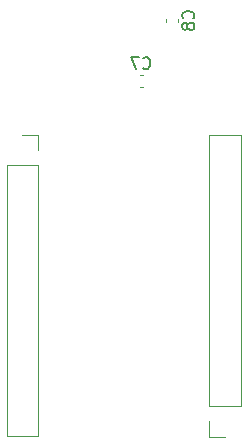
<source format=gbr>
G04 #@! TF.GenerationSoftware,KiCad,Pcbnew,6.0.2+dfsg-1*
G04 #@! TF.CreationDate,2022-02-19T23:14:45+01:00*
G04 #@! TF.ProjectId,e-tinkers-esp32-c3,652d7469-6e6b-4657-9273-2d6573703332,V1.0*
G04 #@! TF.SameCoordinates,Original*
G04 #@! TF.FileFunction,Legend,Bot*
G04 #@! TF.FilePolarity,Positive*
%FSLAX46Y46*%
G04 Gerber Fmt 4.6, Leading zero omitted, Abs format (unit mm)*
G04 Created by KiCad (PCBNEW 6.0.2+dfsg-1) date 2022-02-19 23:14:45*
%MOMM*%
%LPD*%
G01*
G04 APERTURE LIST*
%ADD10C,0.150000*%
%ADD11C,0.120000*%
G04 APERTURE END LIST*
D10*
X213844142Y-73274333D02*
X213891761Y-73226714D01*
X213939380Y-73083857D01*
X213939380Y-72988619D01*
X213891761Y-72845761D01*
X213796523Y-72750523D01*
X213701285Y-72702904D01*
X213510809Y-72655285D01*
X213367952Y-72655285D01*
X213177476Y-72702904D01*
X213082238Y-72750523D01*
X212987000Y-72845761D01*
X212939380Y-72988619D01*
X212939380Y-73083857D01*
X212987000Y-73226714D01*
X213034619Y-73274333D01*
X213367952Y-73845761D02*
X213320333Y-73750523D01*
X213272714Y-73702904D01*
X213177476Y-73655285D01*
X213129857Y-73655285D01*
X213034619Y-73702904D01*
X212987000Y-73750523D01*
X212939380Y-73845761D01*
X212939380Y-74036238D01*
X212987000Y-74131476D01*
X213034619Y-74179095D01*
X213129857Y-74226714D01*
X213177476Y-74226714D01*
X213272714Y-74179095D01*
X213320333Y-74131476D01*
X213367952Y-74036238D01*
X213367952Y-73845761D01*
X213415571Y-73750523D01*
X213463190Y-73702904D01*
X213558428Y-73655285D01*
X213748904Y-73655285D01*
X213844142Y-73702904D01*
X213891761Y-73750523D01*
X213939380Y-73845761D01*
X213939380Y-74036238D01*
X213891761Y-74131476D01*
X213844142Y-74179095D01*
X213748904Y-74226714D01*
X213558428Y-74226714D01*
X213463190Y-74179095D01*
X213415571Y-74131476D01*
X213367952Y-74036238D01*
X209622666Y-77468142D02*
X209670285Y-77515761D01*
X209813142Y-77563380D01*
X209908380Y-77563380D01*
X210051238Y-77515761D01*
X210146476Y-77420523D01*
X210194095Y-77325285D01*
X210241714Y-77134809D01*
X210241714Y-76991952D01*
X210194095Y-76801476D01*
X210146476Y-76706238D01*
X210051238Y-76611000D01*
X209908380Y-76563380D01*
X209813142Y-76563380D01*
X209670285Y-76611000D01*
X209622666Y-76658619D01*
X209289333Y-76563380D02*
X208622666Y-76563380D01*
X209051238Y-77563380D01*
D11*
X198060000Y-85725000D02*
X198060000Y-108645000D01*
X200720000Y-83125000D02*
X199390000Y-83125000D01*
X200720000Y-85725000D02*
X198060000Y-85725000D01*
X200720000Y-85725000D02*
X200720000Y-108645000D01*
X200720000Y-108645000D02*
X198060000Y-108645000D01*
X200720000Y-84455000D02*
X200720000Y-83125000D01*
X215205000Y-107352000D02*
X215205000Y-108682000D01*
X215205000Y-83162000D02*
X217865000Y-83162000D01*
X215205000Y-106082000D02*
X217865000Y-106082000D01*
X217865000Y-106082000D02*
X217865000Y-83162000D01*
X215205000Y-106082000D02*
X215205000Y-83162000D01*
X215205000Y-108682000D02*
X216535000Y-108682000D01*
X212567000Y-73581580D02*
X212567000Y-73300420D01*
X211547000Y-73581580D02*
X211547000Y-73300420D01*
X209596580Y-78031000D02*
X209315420Y-78031000D01*
X209596580Y-79051000D02*
X209315420Y-79051000D01*
M02*

</source>
